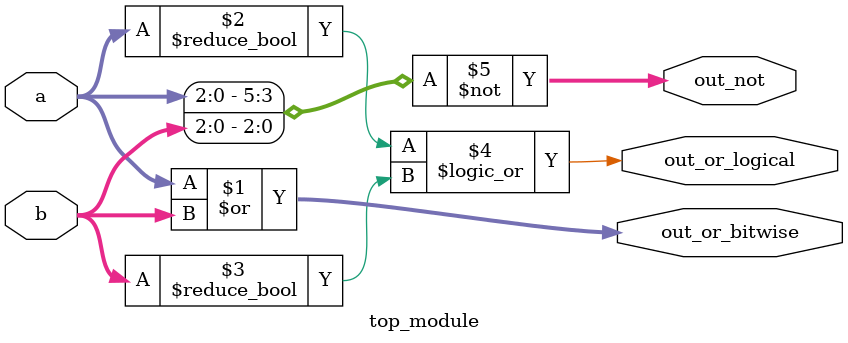
<source format=sv>
module top_module(
    input [2:0] a, 
    input [2:0] b, 
    output [2:0] out_or_bitwise,
    output out_or_logical,
    output [5:0] out_not
);
    
    assign out_or_bitwise = a | b;
    assign out_or_logical = (a != 3'b000) || (b != 3'b000);
    assign out_not = ~{a[2], a[1], a[0], b[2], b[1], b[0]};
    
endmodule

</source>
